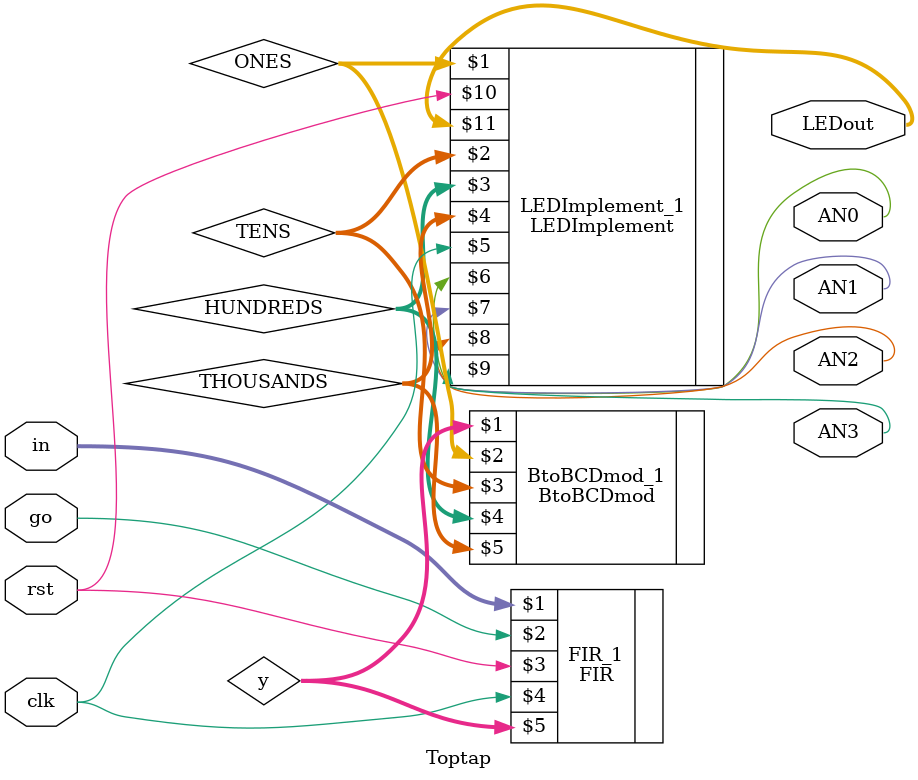
<source format=v>
module Toptap(in,rst,go,clk,AN0,AN1,AN2,AN3,LEDout);

	input [7:0] in;
	input rst;
	input go;
	input clk;

	output [6:0]LEDout;
	output AN0,AN1,AN2,AN3;
	
	wire [15:0]y;
	wire [7:0] ONES,TENS,HUNDREDS,THOUSANDS;
	
	wire AN0,AN1,AN2,AN3;
	wire [6:0] LEDout;

	FIR FIR_1(in,go,rst,clk,y);
	BtoBCDmod BtoBCDmod_1(y,ONES,TENS,HUNDREDS,THOUSANDS);
	LEDImplement LEDImplement_1(ONES,TENS,HUNDREDS,THOUSANDS,clk,AN0,AN1,AN2,AN3,rst,LEDout);
	
	
endmodule
</source>
